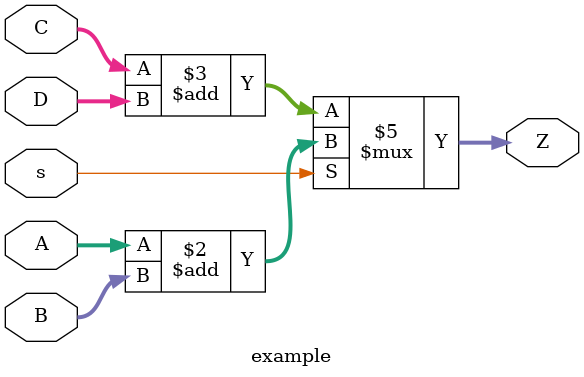
<source format=v>
module example(
    input wire s,
    input wire [31:0] A, B, C, D,
    output reg [32:0] Z
);

always @(s, A, B, C, D) begin
    if (s)
        Z <= A + B;
    else
        Z <= C + D;
end

endmodule
</source>
